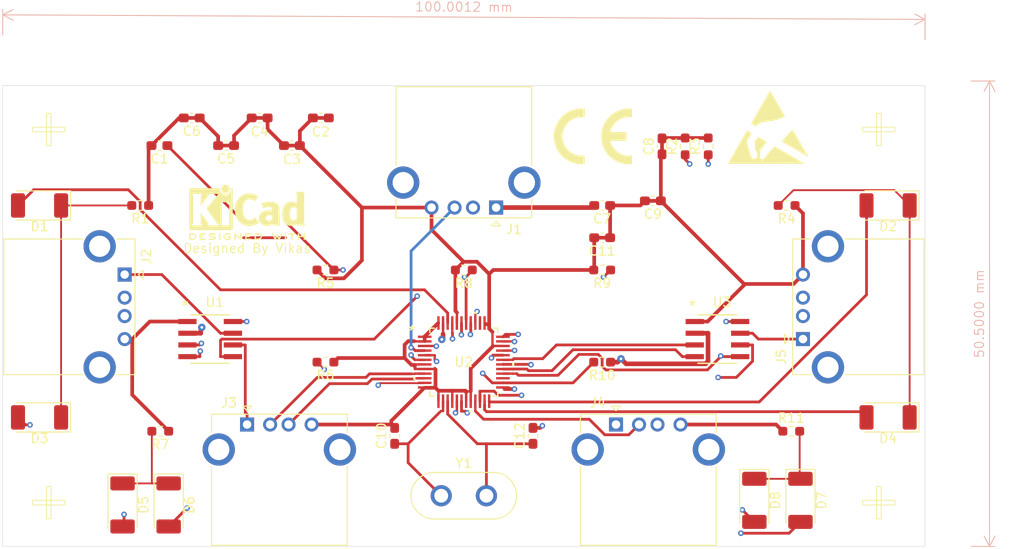
<source format=kicad_pcb>
(kicad_pcb (version 20240108) (generator "pcbnew") (generator_version "8.0")
  (title_block (date "2024-09-26"))
  (layers (0 "F.Cu" jumper) (1 "In1.Cu" signal) (2 "In2.Cu" signal) (31 "B.Cu" signal) (34 "B.Paste" user) (35 "F.Paste" user) (36 "B.SilkS" user "B.Silkscreen") (37 "F.SilkS" user "F.Silkscreen") (38 "B.Mask" user) (39 "F.Mask" user) (44 "Edge.Cuts" user))
  (net 0 "")
  (net 1 "+3V3")
  (net 2 "RESET")
  (net 3 "XOUT-PIN15")
  (net 4 "XIN-PIN14")
  (net 5 "VBUS")
  (net 6 "AMBER1")
  (net 7 "Net-(D1-K)")
  (net 8 "GREEN1")
  (net 9 "Net-(D3-K)")
  (net 10 "AMBER2")
  (net 11 "GREEN2")
  (net 12 "AMBER3")
  (net 13 "Net-(D5-K)")
  (net 14 "GREEN3")
  (net 15 "Net-(D7-K)")
  (net 16 "AMBER4")
  (net 17 "GREEN4")
  (net 19 "inout_D-")
  (net 21 "Inout_D+")
  (net 23 "Out_D-1")
  (net 24 "USB_OUT1")
  (net 25 "Out_D+1")
  (net 28 "Out_D+4")
  (net 30 "Out_D-4")
  (net 31 "USB_OUT4")
  (net 33 "USB_OUT2")
  (net 35 "Out_D-2")
  (net 36 "Out_D+2")
  (net 39 "USB_OUT3")
  (net 40 "Out_D+3")
  (net 41 "Out_D-3")
  (net 42 "OVR4")
  (net 43 "OVR1")
  (net 44 "OVR3")
  (net 45 "OVR2")
  (net 46 "Net-(U3-RREF)")
  (net 48 "PWR4")
  (net 49 "PWR2")
  (net 50 "PWR3")
  (net 51 "PWR1")
  (footprint "Capacitor_SMD:C_0603_1608Metric_Pad1.08x0.95mm_HandSolder" (layer "F.Cu") (at 117 56.5 180)
    (property "Reference" "C1")
    (property "Value" "1uF")
  )
  (footprint "Symbol:ESD-Logo_8.9x8mm_SilkScreen" (layer "F.Cu") (at 183 54.5)
    (property "Reference" "REF**" (hide yes))
    (property "Value" "ESD-Logo_8.9x8mm_SilkScreen" (hide yes))
  )
  (footprint "LED_SMD:LED_2010_5025Metric_Pad1.52x2.65mm_HandSolder" (layer "F.Cu") (at 104 63 180)
    (property "Reference" "D1")
    (property "Value" "LED")
  )
  (footprint "Capacitor_SMD:C_0603_1608Metric_Pad1.08x0.95mm_HandSolder" (layer "F.Cu") (at 134.5 53.5)
    (property "Reference" "C2")
    (property "Value" "0.1uF")
  )
  (footprint "Capacitor_SMD:C_0603_1608Metric_Pad1.08x0.95mm_HandSolder" (layer "F.Cu") (at 171.49 56.5875 90)
    (property "Reference" "C8")
    (property "Value" "0.1uF")
  )
  (footprint "Capacitor_SMD:C_0603_1608Metric_Pad1.08x0.95mm_HandSolder" (layer "F.Cu") (at 165 66.5 180)
    (property "Reference" "C11")
    (property "Value" "0.1uF")
  )
  (footprint "Connector_USB:USB_A_CONNFLY_DS1095-WNR0" (layer "F.Cu") (at 166.5 86.7725)
    (property "Reference" "J4")
    (property "Value" "USB_A")
  )
  (footprint "Capacitor_SMD:C_0603_1608Metric_Pad1.08x0.95mm_HandSolder" (layer "F.Cu") (at 127.8625 53.5)
    (property "Reference" "C4")
    (property "Value" "0.1uF")
  )
  (footprint "LED_SMD:LED_2010_5025Metric_Pad1.52x2.65mm_HandSolder" (layer "F.Cu") (at 196 63 180)
    (property "Reference" "D2")
    (property "Value" "LED")
  )
  (footprint "Resistor_SMD:R_0603_1608Metric_Pad0.98x0.95mm_HandSolder" (layer "F.Cu") (at 174 56.5875 90)
    (property "Reference" "R2")
    (property "Value" "10")
  )
  (footprint "Resistor_SMD:R_0603_1608Metric_Pad0.98x0.95mm_HandSolder" (layer "F.Cu") (at 150 70 180)
    (property "Reference" "R8")
    (property "Value" "10")
  )
  (footprint "LED_SMD:LED_2010_5025Metric_Pad1.52x2.65mm_HandSolder" (layer "F.Cu") (at 186.5 95 -90)
    (property "Reference" "D7")
    (property "Value" "LED")
  )
  (footprint "Symbol:CE-Logo_8.5x6mm_SilkScreen" (layer "F.Cu") (at 164 55.5)
    (property "Reference" "REF**" (hide yes))
    (property "Value" "CE-Logo_8.5x6mm_SilkScreen" (hide yes))
  )
  (footprint "Capacitor_SMD:C_0603_1608Metric_Pad1.08x0.95mm_HandSolder" (layer "F.Cu") (at 170.5 62.5 180)
    (property "Reference" "C9")
    (property "Value" "10uF/10V")
  )
  (footprint "Resistor_SMD:R_0603_1608Metric_Pad0.98x0.95mm_HandSolder" (layer "F.Cu") (at 135 80 180)
    (property "Reference" "R6")
    (property "Value" "649 T1%")
  )
  (footprint "Resistor_SMD:R_0603_1608Metric_Pad0.98x0.95mm_HandSolder" (layer "F.Cu") (at 114.9125 63 180)
    (property "Reference" "R1")
    (property "Value" "680")
  )
  (footprint "LED_SMD:LED_2010_5025Metric_Pad1.52x2.65mm_HandSolder" (layer "F.Cu") (at 181.5 95 -90)
    (property "Reference" "D8")
    (property "Value" "LED")
  )
  (footprint "Capacitor_SMD:C_0603_1608Metric_Pad1.08x0.95mm_HandSolder" (layer "F.Cu") (at 124.225 56.5 180)
    (property "Reference" "C5")
    (property "Value" "0.1uF")
  )
  (footprint "LED_SMD:LED_2010_5025Metric_Pad1.52x2.65mm_HandSolder" (layer "F.Cu") (at 196 86 180)
    (property "Reference" "D4")
    (property "Value" "LED")
  )
  (footprint "Connector_USB:USB_A_CONNFLY_DS1095-WNR0" (layer "F.Cu") (at 153.5 63.2275 180)
    (property "Reference" "J1")
    (property "Value" "USB_A")
  )
  (footprint "Capacitor_SMD:C_0603_1608Metric_Pad1.08x0.95mm_HandSolder" (layer "F.Cu") (at 142.5 88 90)
    (property "Reference" "C10")
    (property "Value" "20PF")
  )
  (footprint "Resistor_SMD:R_0603_1608Metric_Pad0.98x0.95mm_HandSolder" (layer "F.Cu") (at 165 70 180)
    (property "Reference" "R9")
    (property "Value" "10")
  )
  (footprint "Capacitor_SMD:C_0603_1608Metric_Pad1.08x0.95mm_HandSolder" (layer "F.Cu") (at 131.3625 56.5)
    (property "Reference" "C3")
    (property "Value" "0.1uF")
  )
  (footprint "Resistor_SMD:R_0603_1608Metric_Pad0.98x0.95mm_HandSolder" (layer "F.Cu") (at 135 70 180)
    (property "Reference" "R5")
    (property "Value" "47")
  )
  (footprint "Connector_USB:USB_A_CONNFLY_DS1095-WNR0" (layer "F.Cu") (at 113.2275 70.5 -90)
    (property "Reference" "J2")
    (property "Value" "USB_A")
  )
  (footprint "LED_SMD:LED_2010_5025Metric_Pad1.52x2.65mm_HandSolder" (layer "F.Cu") (at 113 95.5 -90)
    (property "Reference" "D5")
    (property "Value" "LED")
  )
  (footprint "AP2182ASG-13:SO8_DIO" (layer "F.Cu") (at 122.5 77.5)
    (property "Reference" "U1")
    (property "Value" "AP2182ASG-13")
  )
  (footprint "Resistor_SMD:R_0603_1608Metric_Pad0.98x0.95mm_HandSolder" (layer "F.Cu") (at 165 80 180)
    (property "Reference" "R10")
    (property "Value" "10")
  )
  (footprint "Resistor_SMD:R_0603_1608Metric_Pad0.98x0.95mm_HandSolder" (layer "F.Cu") (at 176.5 56.5875 90)
    (property "Reference" "R3")
    (property "Value" "10")
  )
  (footprint "Capacitor_SMD:C_0603_1608Metric_Pad1.08x0.95mm_HandSolder" (layer "F.Cu") (at 157.5 88 90)
    (property "Reference" "C12")
    (property "Value" "20PF")
  )
  (footprint "TQFP48_51-85135_INF-L:TQFP48_51-85135_INF" (layer "F.Cu") (at 150 80)
    (property "Reference" "U2")
    (property "Value" "CY7C65642-48AXCT")
  )
  (footprint "Crystal:Crystal_HC50_Vertical" (layer "F.Cu") (at 147.55 94.5)
    (property "Reference" "Y1")
    (property "Value" "Crystal")
  )
  (footprint "LED_SMD:LED_2010_5025Metric_Pad1.52x2.65mm_HandSolder" (layer "F.Cu") (at 118 95.5 -90)
    (property "Reference" "D6")
    (property "Value" "LED")
  )
  (footprint "Resistor_SMD:R_0603_1608Metric_Pad0.98x0.95mm_HandSolder" (layer "F.Cu") (at 185 63 180)
    (property "Reference" "R4")
    (property "Value" "680")
  )
  (footprint "Resistor_SMD:R_0603_1608Metric_Pad0.98x0.95mm_HandSolder" (layer "F.Cu") (at 117.0875 87.5 180)
    (property "Reference" "R7")
    (property "Value" "680")
  )
  (footprint "AP2182ASG-13:SO8_DIO" (layer "F.Cu") (at 177.5 77.5)
    (property "Reference" "U3")
    (property "Value" "AP2182ASG-13")
  )
  (footprint "Capacitor_SMD:C_0603_1608Metric_Pad1.08x0.95mm_HandSolder" (layer "F.Cu") (at 120.5 53.5 180)
    (property "Reference" "C6")
    (property "Value" "0.1uF")
  )
  (footprint "Resistor_SMD:R_0603_1608Metric_Pad0.98x0.95mm_HandSolder" (layer "F.Cu") (at 185.5 87.5)
    (property "Reference" "R11")
    (property "Value" "680")
  )
  (footprint "Capacitor_SMD:C_0603_1608Metric_Pad1.08x0.95mm_HandSolder" (layer "F.Cu") (at 165 63 180)
    (property "Reference" "C7")
    (property "Value" "10uF/10V")
  )
  (footprint "LED_SMD:LED_2010_5025Metric_Pad1.52x2.65mm_HandSolder" (layer "F.Cu") (at 104 86 180)
    (property "Reference" "D3")
    (property "Value" "LED")
  )
  (footprint "Connector_USB:USB_A_CONNFLY_DS1095-WNR0" (layer "F.Cu") (at 186.7725 77.5 90)
    (property "Reference" "J5")
    (property "Value" "USB_A")
  )
  (footprint "Connector_USB:USB_A_CONNFLY_DS1095-WNR0" (layer "F.Cu") (at 126.5 86.7725)
    (property "Reference" "J3")
    (property "Value" "USB_A")
  )
  (footprint "Symbol:KiCad-Logo2_5mm_SilkScreen" (layer "F.Cu") (at 126.5 63.7359)
    (property "Reference" "REF**" (hide yes))
    (property "Value" "KiCad-Logo2_5mm_SilkScreen" (hide yes))
  )
  (gr_rect (start 103.25 54.5) (end 106.75 55) (stroke (width 0.1)) (fill none) (layer "F.SilkS"))
  (gr_rect (start 193.25 95) (end 196.75 95.5) (stroke (width 0.1)) (fill none) (layer "F.SilkS"))
  (gr_rect (start 104.75 93.5) (end 105.25 97) (stroke (width 0.1)) (fill none) (layer "F.SilkS"))
  (gr_rect (start 103.25 95) (end 106.75 95.5) (stroke (width 0.1)) (fill none) (layer "F.SilkS"))
  (gr_rect (start 194.75 93.5) (end 195.25 97) (stroke (width 0.1)) (fill none) (layer "F.SilkS"))
  (gr_rect (start 104.75 53) (end 105.25 56.5) (stroke (width 0.1)) (fill none) (layer "F.SilkS"))
  (gr_rect (start 194.75 53) (end 195.25 56.5) (stroke (width 0.1)) (fill none) (layer "F.SilkS"))
  (gr_rect (start 193.25 54.5) (end 196.75 55) (stroke (width 0.1)) (fill none) (layer "F.SilkS"))
  (gr_rect (start 100 50) (end 200 100) (stroke (width 0.05)) (fill none) (layer "Edge.Cuts"))
  (gr_text "Designed By Vikas" (at 126.5 68.2359 0) (layer "F.SilkS") (effects (font (size 1 1) (thickness 0.125)) (justify bottom)))
  (dimension (type aligned) (layer "B.SilkS") (pts (xy 100 45) (xy 200 45.5)) (height -2.687109) (gr_text "100.0012 mm" (at 150.018935 41.462939 359.7135235) (layer "B.SilkS") (effects (font (size 1 1) (thickness 0.1)))) (format (prefix "") (suffix "") (units 3) (units_format 1) (precision 4)) (style (thickness 0.1) (arrow_length 1.27) (text_position_mode 0) (extension_height 0.58642) (extension_offset 0.5) keep_text_aligned))
  (dimension (type aligned) (layer "B.SilkS") (pts (xy 204.5 49.5) (xy 204.5 100)) (height -2.5) (gr_text "50.5000 mm" (at 205.9 74.75 90) (layer "B.SilkS") (effects (font (size 1 1) (thickness 0.1)))) (format (prefix "") (suffix "") (units 3) (units_format 1) (precision 4)) (style (thickness 0.1) (arrow_length 1.27) (text_position_mode 0) (extension_height 0.58642) (extension_offset 0.5) keep_text_aligned))
  (segment (start 145.7582 77.2493) (end 145.7582 77.2205) (width 0.4) (layer "F.Cu") (net 1))
  (segment (start 128.725 53.5) (end 128.725 54.725) (width 0.4) (layer "F.Cu") (net 1))
  (segment (start 147.2205 75.7582) (end 147.2493 75.7582) (width 0.2538) (layer "F.Cu") (net 1))
  (segment (start 148.7497 83.1033) (end 147.2493 83.1033) (width 0.4) (layer "F.Cu") (net 1))
  (segment (start 150.2501 84.2418) (end 150.2501 83.2909) (width 0.2538) (layer "F.Cu") (net 1))
  (segment (start 145.7582 80.7502) (end 146.8234 80.7502) (width 0.2538) (layer "F.Cu") (net 1))
  (segment (start 135.9125 80) (end 136.356 79.5565) (width 0.4) (layer "F.Cu") (net 1))
  (segment (start 154.2418 78.2496) (end 153.1766 78.2496) (width 0.2538) (layer "F.Cu") (net 1))
  (segment (start 136.9978 70.9061) (end 138.9525 68.9514) (width 0.4) (layer "F.Cu") (net 1))
  (segment (start 115.825 63) (end 115.825 56.8125) (width 0.4) (layer "F.Cu") (net 1))
  (segment (start 150.7502 84.2418) (end 150.7502 83.1766) (width 0.2538) (layer "F.Cu") (net 1))
  (segment (start 171.49 57.45) (end 171.3625 57.5775) (width 0.4) (layer "F.Cu") (net 1))
  (segment (start 165.8625 63) (end 169.1375 63) (width 0.4) (layer "F.Cu") (net 1))
  (segment (start 164.1375 69.95) (end 164.0875 70) (width 0.4) (layer "F.Cu") (net 1))
  (segment (start 120.0362 75.595) (end 115.9515 75.595) (width 0.4) (layer "F.Cu") (net 1))
  (segment (start 158.2857 87.1375) (end 157.5 87.1375) (width 0.4) (layer "F.Cu") (net 1))
  (segment (start 164.1375 66.5) (end 164.1375 69.95) (width 0.4) (layer "F.Cu") (net 1))
  (segment (start 171.3625 62.5) (end 180.3813 71.5188) (width 0.4) (layer "F.Cu") (net 1))
  (segment (start 134.0875 70) (end 134.9936 70.9061) (width 0.4) (layer "F.Cu") (net 1))
  (segment (start 153.1766 78.2496) (end 150.7502 80.676) (width 0.4) (layer "F.Cu") (net 1))
  (segment (start 152.7507 76.3678) (end 152.7507 76.1332) (width 0.4) (layer "F.Cu") (net 1))
  (segment (start 146.9309 80.8015) (end 146.8525 80.7231) (width 0.4) (layer "F.Cu") (net 1))
  (segment (start 176.4285 75.595) (end 180.3813 71.6422) (width 0.4) (layer "F.Cu") (net 1))
  (segment (start 114.0465 77.5) (end 113.2275 77.5) (width 0.4) (layer "F.Cu") (net 1))
  (segment (start 174 55.675) (end 171.54 55.675) (width 0.4) (layer "F.Cu") (net 1))
  (segment (start 145.7582 77.2493) (end 145.7582 77.7207) (width 0.4) (layer "F.Cu") (net 1))
  (segment (start 125.0875 56.5) (end 125.0875 55.4125) (width 0.4) (layer "F.Cu") (net 1))
  (segment (start 185.7537 71.5188) (end 186.7725 70.5) (width 0.4) (layer "F.Cu") (net 1))
  (segment (start 153.105 78.178) (end 153.1766 78.2496) (width 0.2538) (layer "F.Cu") (net 1))
  (segment (start 153.105 76.7221) (end 152.7507 76.3678) (width 0.4) (layer "F.Cu") (net 1))
  (segment (start 138.9525 63.2275) (end 146.5 63.2275) (width 0.4) (layer "F.Cu") (net 1))
  (segment (start 152.7507 76.0082) (end 152.7507 76.1332) (width 0.4) (layer "F.Cu") (net 1))
  (segment (start 176.5 55.675) (end 174 55.675) (width 0.4) (layer "F.Cu") (net 1))
  (segment (start 171.49 55.725) (end 171.49 57.45) (width 0.4) (layer "F.Cu") (net 1))
  (segment (start 147.2493 84.2418) (end 147.2493 83.1766) (width 0.2538) (layer "F.Cu") (net 1))
  (segment (start 145.7582 77.7494) (end 144.693 77.7494) (width 0.2538) (layer "F.Cu") (net 1))
  (segment (start 148.7497 83.1033) (end 148.7497 83.1035) (width 0.2538) (layer "F.Cu") (net 1))
  (segment (start 146.8525 80.7231) (end 146.8505 80.7231) (width 0.2538) (layer "F.Cu") (net 1))
  (segment (start 165.8625 66.5) (end 165.8625 63) (width 0.4) (layer "F.Cu") (net 1))
  (segment (start 171.3625 57.5775) (end 171.3625 62.5) (width 0.4) (layer "F.Cu") (net 1))
  (segment (start 144.666 77.7224) (end 144.693 77.7494) (width 0.2538) (layer "F.Cu") (net 1))
  (segment (start 145.7924 82.7849) (end 145.7582 82.7507) (width 0.2538) (layer "F.Cu") (net 1))
  (segment (start 145.7582 77.7207) (end 145.7582 77.7494) (width 0.2538) (layer "F.Cu") (net 1))
  (segment (start 149.0875 74.4459) (end 149.2613 74.6197) (width 0.4) (layer "F.Cu") (net 1))
  (segment (start 144.693 80.3074) (end 144.3343 80.3074) (width 0.4) (layer "F.Cu") (net 1))
  (segment (start 184.5875 87.5) (end 183.86 86.7725) (width 0.4) (layer "F.Cu") (net 1))
  (segment (start 149.2613 74.6197) (end 149.2613 74.6815) (width 0.2538) (layer "F.Cu") (net 1))
  (segment (start 123.3625 55.5) (end 121.3625 53.5) (width 0.4) (layer "F.Cu") (net 1))
  (segment (start 152.7507 75.8832) (end 152.3756 75.8832) (width 0.4) (layer "F.Cu") (net 1))
  (segment (start 143.5834 79.5565) (end 143.5834 78.111) (width 0.4) (layer "F.Cu") (net 1))
  (segment (start 144.3343 80.3074) (end 143.5834 79.5565) (width 0.4) (layer "F.Cu") (net 1))
  (segment (start 145.7924 82.7849) (end 146.9309 82.7849) (width 0.4) (layer "F.Cu") (net 1))
  (segment (start 146.9309 82.7849) (end 146.9309 80.8015) (width 0.4) (layer "F.Cu") (net 1))
  (segment (start 123.3625 56.5) (end 123.3625 55.5) (width 0.4) (layer "F.Cu") (net 1))
  (segment (start 119.1375 53.5) (end 116.1375 56.5) (width 0.4) (layer "F.Cu") (net 1))
  (segment (start 125.0875 55.4125) (end 127 53.5) (width 0.4) (layer "F.Cu") (net 1))
  (segment (start 154.4143 82.9232) (end 154.2418 82.7507) (width 0.2538) (layer "F.Cu") (net 1))
  (segment (start 148.7497 83.1035) (end 148.7497 84.2418) (width 0.2538) (layer "F.Cu") (net 1))
  (segment (start 142.135 86.7725) (end 142.135 86.3739) (width 0.4) (layer "F.Cu") (net 1))
  (segment (start 150.2501 83.1766) (end 150.177 83.1035) (width 0.4) (layer "F.Cu") (net 1))
  (segment (start 152.7507 75.8832) (end 152.7507 75.7582) (width 0.4) (layer "F.Cu") (net 1))
  (segment (start 144.693 80.3074) (end 144.693 80.4796) (width 0.2538) (layer "F.Cu") (net 1))
  (segment (start 123.3625 56.5) (end 125.0875 56.5) (width 0.4) (layer "F.Cu") (net 1))
  (segment (start 180.3813 71.5188) (end 185.7537 71.5188) (width 0.4) (layer "F.Cu") (net 1))
  (segment (start 134.9936 70.9061) (end 136.9978 70.9061) (width 0.4) (layer "F.Cu") (net 1))
  (segment (start 135.3625 53.5) (end 133.6375 53.5) (width 0.4) (layer "F.Cu") (net 1))
  (segment (start 175.0362 75.595) (end 176.4285 75.595) (width 0.4) (layer "F.Cu") (net 1))
  (segment (start 169.1375 63) (end 169.6375 62.5) (width 0.4) (layer "F.Cu") (net 1))
  (segment (start 150.177 83.1035) (end 148.7497 83.1035) (width 0.4) (layer "F.Cu") (net 1))
  (segment (start 138.9525 63.2275) (end 132.225 56.5) (width 0.4) (layer "F.Cu") (net 1))
  (segment (start 186.7725 63.86) (end 185.9125 63) (width 0.4) (layer "F.Cu") (net 1))
  (segment (start 152.7507 70.4378) (end 151.4222 69.1093) (width 0.4) (layer "F.Cu") (net 1))
  (segment (start 164.0875 70) (end 153.1885 70) (width 0.4) (layer "F.Cu") (net 1))
  (segment (start 154.4143 82.9232) (end 155.4888 82.9232) (width 0.4) (layer "F.Cu") (net 1))
  (segment (start 153.105 76.7221) (end 153.105 78.178) (width 0.2538) (layer "F.Cu") (net 1))
  (segment (start 152.7507 70.4378) (end 152.7507 75.7582) (width 0.4) (layer "F.Cu") (net 1))
  (segment (start 144.693 80.5001) (end 144.693 80.7502) (width 0.2538) (layer "F.Cu") (net 1))
  (segment (start 115.9515 75.595) (end 114.0465 77.5) (width 0.4) (layer "F.Cu") (net 1))
  (segment (start 145.7582 80.7502) (end 144.693 80.7502) (width 0.2538) (layer "F.Cu") (net 1))
  (segment (start 146.5 65.6311) (end 146.5 63.2275) (width 0.4) (layer "F.Cu") (net 1))
  (segment (start 136.356 79.5565) (end 143.5834 79.5565) (width 0.4) (layer "F.Cu") (net 1))
  (segment (start 145.7582 80.2501) (end 144.693 80.2501) (width 0.2538) (layer "F.Cu") (net 1))
  (segment (start 149.0875 70) (end 149.0875 74.4459) (width 0.4) (layer "F.Cu") (net 1))
  (segment (start 143.972 77.7224) (end 144.6197 77.7224) (width 0.4) (layer "F.Cu") (net 1))
  (segment (start 164.1375 66.5) (end 165.8625 66.5) (width 0.4) (layer "F.Cu") (net 1))
  (segment (start 144.6197 77.7224) (end 144.666 77.7224) (width 0.2538) (layer "F.Cu") (net 1))
  (segment (start 158.5172 86.906) (end 158.2857 87.1375) (width 0.4) (layer "F.Cu") (net 1))
  (segment (start 144.693 80.5001) (end 144.693 80.4796) (width 0.4) (layer "F.Cu") (net 1))
  (segment (start 149.2613 74.6815) (end 149.2498 74.693) (width 0.2538) (layer "F.Cu") (net 1))
  (segment (start 171.54 55.675) (end 171.49 55.725) (width 0.4) (layer "F.Cu") (net 1))
  (segment (start 149.9782 69.1093) (end 146.5 65.6311) (width 0.4) (layer "F.Cu") (net 1))
  (segment (start 186.7725 70.5) (end 186.7725 63.86) (width 0.4) (layer "F.Cu") (net 1))
  (segment (start 147.2493 83.1033) (end 147.2493 83.1766) (width 0.2538) (layer "F.Cu") (net 1))
  (segment (start 138.9525 68.9514) (end 138.9525 63.2275) (width 0.4) (layer "F.Cu") (net 1))
  (segment (start 146.9309 82.7849) (end 147.2493 83.1033) (width 0.4) (layer "F.Cu") (net 1))
  (segment (start 142.135 86.7725) (end 142.5 87.1375) (width 0.4) (layer "F.Cu") (net 1))
  (segment (start 149.9782 69.1093) (end 149.0875 70) (width 0.4) (layer "F.Cu") (net 1))
  (segment (start 151.4222 69.1093) (end 149.9782 69.1093) (width 0.4) (layer "F.Cu") (net 1))
  (segment (start 114.0465 77.5) (end 114.0465 83.5465) (width 0.4) (layer "F.Cu") (net 1))
  (segment (start 143.5834 78.111) (end 143.972 77.7224) (width 0.4) (layer "F.Cu") (net 1))
  (segment (start 128.725 54.725) (end 130.5 56.5) (width 0.4) (layer "F.Cu") (net 1))
  (segment (start 121.3625 53.5) (end 119.6375 53.5) (width 0.4) (layer "F.Cu") (net 1))
  (segment (start 149.2498 75.7582) (end 149.2498 74.693) (width 0.2538) (layer "F.Cu") (net 1))
  (segment (start 152.3756 75.8832) (end 152.2506 75.7582) (width 0.2538) (layer "F.Cu") (net 1))
  (segment (start 114.0465 83.5465) (end 118 87.5) (width 0.4) (layer "F.Cu") (net 1))
  (segment (start 132.225 54.9125) (end 133.6375 53.5) (width 0.4) (layer "F.Cu") (net 1))
  (segment (start 132.225 56.5) (end 132.225 54.9125) (width 0.4) (layer "F.Cu") (net 1))
  (segment (start 133.5 86.7725) (end 142.135 86.7725) (width 0.4) (layer "F.Cu") (net 1))
  (segment (start 145.5632 82.9457) (end 145.7582 82.7507) (width 0.2538) (layer "F.Cu") (net 1))
  (segment (start 144.693 80.2501) (end 144.693 80.3074) (width 0.2538) (layer "F.Cu") (net 1))
  (segment (start 145.7582 77.2205) (end 147.2205 75.7582) (width 0.4) (layer "F.Cu") (net 1))
  (segment (start 128.725 53.5) (end 127 53.5) (width 0.4) (layer "F.Cu") (net 1))
  (segment (start 150.2501 83.2909) (end 150.2501 83.1766) (width 0.4) (layer "F.Cu") (net 1))
  (segment (start 115.825 56.8125) (end 116.1375 56.5) (width 0.4) (layer "F.Cu") (net 1))
  (segment (start 119.6375 53.5) (end 119.1375 53.5) (width 0.4) (layer "F.Cu") (net 1))
  (segment (start 132.225 56.5) (end 130.5 56.5) (width 0.4) (layer "F.Cu") (net 1))
  (segment (start 150.7502 80.676) (end 150.7502 83.1766) (width 0.4) (layer "F.Cu") (net 1))
  (segment (start 150.2501 83.1766) (end 150.7502 83.1766) (width 0.2538) (layer "F.Cu") (net 1))
  (segment (start 152.7507 76.0082) (end 152.7507 75.8832) (width 0.4) (layer "F.Cu") (net 1))
  (segment (start 142.135 86.3739) (end 145.5632 82.9457) (width 0.4) (layer "F.Cu") (net 1))
  (segment (start 146.8505 80.7231) (end 146.8234 80.7502) (width 0.2538) (layer "F.Cu") (net 1))
  (segment (start 183.86 86.7725) (end 173.5 86.7725) (width 0.4) (layer "F.Cu") (net 1))
  (segment (start 153.1885 70) (end 152.7507 70.4378) (width 0.4) (layer "F.Cu") (net 1))
  (segment (start 169.6375 62.5) (end 171.3625 62.5) (width 0.4) (layer "F.Cu") (net 1))
  (segment (start 180.3813 71.6422) (end 180.3813 71.5188) (width 0.4) (layer "F.Cu") (net 1))
  (via (at 155.4888 82.9232) (size 0.6) (drill 0.3) (layers "F.Cu" "B.Cu") (net 1))
  (via (at 158.5172 86.906) (size 0.6) (drill 0.3) (layers "F.Cu" "B.Cu") (net 1))
  (segment (start 164.0875 80) (end 161.8369 82.2506) (width 0.3) (layer "F.Cu") (net 2))
  (segment (start 130.6766 64.7641) (end 135.9125 70) (width 0.3) (layer "F.Cu") (net 2))
  (segment (start 153.0863 82.2506) (end 152.0473 81.2116) (width 0.3) (layer "F.Cu") (net 2))
  (segment (start 154.2418 82.2506) (end 153.0863 82.2506) (width 0.3) (layer "F.Cu") (net 2))
  (segment (start 117.8625 56.5) (end 126.1266 64.7641) (width 0.3) (layer "F.Cu") (net 2))
  (segment (start 161.8369 82.2506) (end 154.2418 82.2506) (width 0.3) (layer "F.Cu") (net 2))
  (segment (start 136.9036 70) (end 135.9125 70) (width 0.3) (layer "F.Cu") (net 2))
  (segment (start 126.1266 66.5) (end 130.6766 66.5) (width 0.3) (layer "F.Cu") (net 2))
  (via (at 136.9036 70) (size 0.6) (drill 0.3) (layers "F.Cu" "B.Cu") (net 2))
  (via (at 152.0473 81.2116) (size 0.6) (drill 0.3) (layers "F.Cu" "B.Cu") (net 2))
  (segment (start 148.2496 85.3301) (end 148.2496 85.6397) (width 0.3) (layer "F.Cu") (net 3))
  (segment (start 151.4724 88.8625) (end 152.45 88.8625) (width 0.3) (layer "F.Cu") (net 3))
  (segment (start 148.2496 84.2418) (end 148.2496 85.3301) (width 0.3) (layer "F.Cu") (net 3))
  (segment (start 152.45 94.5) (end 152.45 88.8625) (width 0.3) (layer "F.Cu") (net 3))
  (segment (start 148.2496 85.6397) (end 151.4724 88.8625) (width 0.3) (layer "F.Cu") (net 3))
  (segment (start 152.45 88.8625) (end 157.5 88.8625) (width 0.3) (layer "F.Cu") (net 3))
  (segment (start 147.3652 85.4626) (end 143.9653 88.8625) (width 0.3) (layer "F.Cu") (net 4))
  (segment (start 147.5208 85.307) (end 147.7494 85.307) (width 0.2538) (layer "F.Cu") (net 4))
  (segment (start 147.3652 85.4626) (end 147.5208 85.307) (width 0.2538) (layer "F.Cu") (net 4))
  (segment (start 143.9653 88.8625) (end 142.5 88.8625) (width 0.3) (layer "F.Cu") (net 4))
  (segment (start 143.9653 90.9153) (end 143.9653 88.8625) (width 0.3) (layer "F.Cu") (net 4))
  (segment (start 147.55 94.5) (end 143.9653 90.9153) (width 0.3) (layer "F.Cu") (net 4))
  (segment (start 147.7494 84.2418) (end 147.7494 85.307) (width 0.2538) (layer "F.Cu") (net 4))
  (segment (start 147.7494 77.4073) (end 147.6154 77.5413) (width 0.5) (layer "F.Cu") (net 5))
  (segment (start 121.4785 76.865) (end 121.4785 76.3434) (width 0.5) (layer "F.Cu") (net 5))
  (segment (start 120.0362 76.865) (end 121.4785 76.865) (width 0.5) (layer "F.Cu") (net 5))
  (segment (start 147.7494 76.9467) (end 147.7494 75.7582) (width 0.2538) (layer "F.Cu") (net 5))
  (segment (start 175.5815 76.865) (end 175.0362 76.865) (width 0.5) (layer "F.Cu") (net 5))
  (segment (start 166.6808 80) (end 165.9125 80) (width 0.5) (layer "F.Cu") (net 5))
  (segment (start 163.91 63.2275) (end 164.1375 63) (width 0.5) (layer "F.Cu") (net 5))
  (segment (start 153.5 63.2275) (end 163.91 63.2275) (width 0.5) (layer "F.Cu") (net 5))
  (segment (start 167.0421 79.6387) (end 166.6808 80) (width 0.5) (layer "F.Cu") (net 5))
  (segment (start 147.7494 76.9467) (end 147.7494 77.4073) (width 0.5) (layer "F.Cu") (net 5))
  (segment (start 176.4785 79.9107) (end 176.2068 80.1824) (width 0.5) (layer "F.Cu") (net 5))
  (segment (start 121.4785 76.3434) (end 121.5933 76.2286) (width 0.5) (layer "F.Cu") (net 5))
  (segment (start 167.5858 80.1824) (end 167.0421 79.6387) (width 0.5) (layer "F.Cu") (net 5))
  (segment (start 175.5815 76.865) (end 176.4785 76.865) (width 0.5) (layer "F.Cu") (net 5))
  (segment (start 176.2068 80.1824) (end 167.5858 80.1824) (width 0.5) (layer "F.Cu") (net 5))
  (segment (start 176.4785 76.865) (end 176.4785 79.9107) (width 0.5) (layer "F.Cu") (net 5))
  (via (at 147.6154 77.5413) (size 0.8) (drill 0.3) (layers "F.Cu" "B.Cu") (net 5))
  (via (at 121.5933 76.2286) (size 0.8) (drill 0.3) (layers "F.Cu" "B.Cu") (net 5))
  (via (at 167.0421 79.6387) (size 0.8) (drill 0.3) (layers "F.Cu" "B.Cu") (net 5))
  (segment (start 148.2496 74.6699) (end 145.7354 72.1557) (width 0.3) (layer "F.Cu") (net 6))
  (segment (start 145.7354 72.1557) (end 123.6212 72.1557) (width 0.3) (layer "F.Cu") (net 6))
  (segment (start 113.622 61.2923) (end 103.3702 61.2923) (width 0.3) (layer "F.Cu") (net 6))
  (segment (start 103.3702 61.2923) (end 101.6625 63) (width 0.3) (layer "F.Cu") (net 6))
  (segment (start 123.6212 72.1557) (end 114.9125 63.447) (width 0.3) (layer "F.Cu") (net 6))
  (segment (start 114.9125 63.447) (end 114.9125 62.5828) (width 0.3) (layer "F.Cu") (net 6))
  (segment (start 148.2496 75.7582) (end 148.2496 74.6699) (width 0.3) (layer "F.Cu") (net 6))
  (segment (start 114.9125 62.5828) (end 113.622 61.2923) (width 0.3) (layer "F.Cu") (net 6))
  (segment (start 114 63) (end 106.3375 63) (width 0.2) (layer "F.Cu") (net 7))
  (segment (start 106.3375 63) (end 106.3375 86) (width 0.2) (layer "F.Cu") (net 7))
  (segment (start 148.7726 76.845) (end 148.7726 77.4716) (width 0.3) (layer "F.Cu") (net 8))
  (segment (start 148.7497 75.7582) (end 148.7497 76.8234) (width 0.2538) (layer "F.Cu") (net 8))
  (segment (start 148.751 76.8234) (end 148.7497 76.8234) (width 0.2538) (layer "F.Cu") (net 8))
  (segment (start 148.7726 76.845) (end 148.751 76.8234) (width 0.2538) (layer "F.Cu") (net 8))
  (segment (start 102.9624 86.8115) (end 102.474 86.8115) (width 0.3) (layer "F.Cu") (net 8))
  (segment (start 102.474 86.8115) (end 101.6625 86) (width 0.3) (layer "F.Cu") (net 8))
  (via (at 102.9624 86.8115) (size 0.6) (drill 0.3) (layers "F.Cu" "B.Cu") (net 8))
  (via (at 148.7726 77.4716) (size 0.6) (drill 0.3) (layers "F.Cu" "B.Cu") (net 8))
  (segment (start 186.4125 87.5) (end 186.4125 92.575) (width 0.2) (layer "F.Cu") (net 9))
  (segment (start 186.4125 92.575) (end 186.5 92.6625) (width 0.2) (layer "F.Cu") (net 9))
  (segment (start 186.325 92.6625) (end 186.4125 92.575) (width 0.2) (layer "F.Cu") (net 9))
  (segment (start 181.5 92.6625) (end 186.325 92.6625) (width 0.2) (layer "F.Cu") (net 9))
  (segment (start 154.2418 77.2493) (end 154.5004 76.9907) (width 0.3) (layer "F.Cu") (net 10))
  (segment (start 154.5004 76.9907) (end 155.8923 76.9907) (width 0.3) (layer "F.Cu") (net 10))
  (segment (start 180.1977 96.0352) (end 181.5 97.3375) (width 0.3) (layer "F.Cu") (net 10))
  (via (at 180.1977 96.0352) (size 0.6) (drill 0.3) (layers "F.Cu" "B.Cu") (net 10))
  (via (at 155.8923 76.9907) (size 0.6) (drill 0.3) (layers "F.Cu" "B.Cu") (net 10))
  (segment (start 186.5 97.3375) (end 185.2691 98.5684) (width 0.3) (layer "F.Cu") (net 11))
  (segment (start 185.2691 98.5684) (end 180.0452 98.5684) (width 0.3) (layer "F.Cu") (net 11))
  (segment (start 155.33 77.7724) (end 155.307 77.7494) (width 0.2538) (layer "F.Cu") (net 11))
  (segment (start 154.2418 77.7494) (end 155.307 77.7494) (width 0.2538) (layer "F.Cu") (net 11))
  (segment (start 155.3303 77.7724) (end 155.33 77.7724) (width 0.2538) (layer "F.Cu") (net 11))
  (segment (start 155.3303 77.7724) (end 155.4945 77.7724) (width 0.3) (layer "F.Cu") (net 11))
  (via (at 155.4945 77.7724) (size 0.6) (drill 0.3) (layers "F.Cu" "B.Cu") (net 11))
  (via (at 180.0452 98.5684) (size 0.6) (drill 0.3) (layers "F.Cu" "B.Cu") (net 11))
  (segment (start 113.162 97.6755) (end 113.162 96.5272) (width 0.3) (layer "F.Cu") (net 12))
  (segment (start 155.3299 78.7268) (end 155.307 78.7497) (width 0.2538) (layer "F.Cu") (net 12))
  (segment (start 154.2418 78.7497) (end 155.307 78.7497) (width 0.2538) (layer "F.Cu") (net 12))
  (segment (start 155.3303 78.7268) (end 155.3299 78.7268) (width 0.2538) (layer "F.Cu") (net 12))
  (segment (start 113 97.8375) (end 113.162 97.6755) (width 0.3) (layer "F.Cu") (net 12))
  (segment (start 155.3303 78.7268) (end 155.5003 78.7268) (width 0.3) (layer "F.Cu") (net 12))
  (via (at 155.5003 78.7268) (size 0.6) (drill 0.3) (layers "F.Cu" "B.Cu") (net 12))
  (via (at 113.162 96.5272) (size 0.6) (drill 0.3) (layers "F.Cu" "B.Cu") (net 12))
  (segment (start 118 93.1625) (end 116.175 93.1625) (width 0.2) (layer "F.Cu") (net 13))
  (segment (start 116.175 93.1625) (end 116.175 87.5) (width 0.2) (layer "F.Cu") (net 13))
  (segment (start 116.175 93.1625) (end 113 93.1625) (width 0.2) (layer "F.Cu") (net 13))
  (segment (start 153.1535 79.2498) (end 153.1535 79.3866) (width 0.3) (layer "F.Cu") (net 14))
  (segment (start 154.2418 79.2498) (end 153.1535 79.2498) (width 0.3) (layer "F.Cu") (net 14))
  (segment (start 153.1535 79.3866) (end 152.9956 79.5445) (width 0.3) (layer "F.Cu") (net 14))
  (segment (start 119.9947 95.8428) (end 118 97.8375) (width 0.3) (layer "F.Cu") (net 14))
  (via (at 119.9947 95.8428) (size 0.6) (drill 0.3) (layers "F.Cu" "B.Cu") (net 14))
  (via (at 152.9956 79.5445) (size 0.6) (drill 0.3) (layers "F.Cu" "B.Cu") (net 14))
  (segment (start 198.3375 86) (end 198.3375 63) (width 0.2) (layer "F.Cu") (net 15))
  (segment (start 196.6773 61.3398) (end 198.3375 63) (width 0.2) (layer "F.Cu") (net 15))
  (segment (start 185.7477 61.3398) (end 196.6773 61.3398) (width 0.2) (layer "F.Cu") (net 15))
  (segment (start 184.0875 63) (end 185.7477 61.3398) (width 0.2) (layer "F.Cu") (net 15))
  (segment (start 182.0328 84.3217) (end 193.6625 72.692) (width 0.3) (layer "F.Cu") (net 16))
  (segment (start 152.7507 84.2418) (end 152.8306 84.3217) (width 0.3) (layer "F.Cu") (net 16))
  (segment (start 152.8306 84.3217) (end 182.0328 84.3217) (width 0.3) (layer "F.Cu") (net 16))
  (segment (start 193.6625 72.692) (end 193.6625 63) (width 0.3) (layer "F.Cu") (net 16))
  (segment (start 152.2506 84.6572) (end 152.2506 85.1608) (width 0.3) (layer "F.Cu") (net 17))
  (segment (start 152.4686 85.3788) (end 193.0413 85.3788) (width 0.3) (layer "F.Cu") (net 17))
  (segment (start 193.0413 85.3788) (end 193.6625 86) (width 0.3) (layer "F.Cu") (net 17))
  (segment (start 152.2506 85.1608) (end 152.4686 85.3788) (width 0.3) (layer "F.Cu") (net 17))
  (segment (start 152.2506 84.6572) (end 152.2506 84.2418) (width 0.2538) (layer "F.Cu") (net 17))
  (segment (start 146.8467 78.2725) (end 146.8463 78.2725) (width 0.2538) (layer "F.Cu") (net 19))
  (segment (start 146.8467 78.2725) (end 147.0234 78.2725) (width 0.3) (layer "F.Cu") (net 19))
  (segment (start 146.8463 78.2725) (end 146.8234 78.2496) (width 0.2538) (layer "F.Cu") (net 19))
  (segment (start 145.7582 78.2496) (end 146.8234 78.2496) (width 0.2538) (layer "F.Cu") (net 19))
  (via (at 147.0234 78.2725) (size 0.6) (drill 0.3) (layers "F.Cu" "B.Cu") (net 19))
  (segment (start 144.7248 78.7497) (end 144.405 78.4299) (width 0.3) (layer "F.Cu") (net 21))
  (segment (start 145.7582 78.7497) (end 144.7248 78.7497) (width 0.3) (layer "F.Cu") (net 21))
  (segment (start 144.405 78.4299) (end 144.2852 78.4299) (width 0.3) (layer "F.Cu") (net 21))
  (via (at 144.2852 78.4299) (size 0.6) (drill 0.3) (layers "F.Cu" "B.Cu") (net 21))
  (segment (start 149 63.2275) (end 144.2852 67.9423) (width 0.3) (layer "B.Cu") (net 21))
  (segment (start 144.2852 67.9423) (end 144.2852 78.4299) (width 0.3) (layer "B.Cu") (net 21))
  (segment (start 146.8467 79.7272) (end 146.8467 79.2731) (width 0.2538) (layer "F.Cu") (net 23))
  (segment (start 146.8467 79.7272) (end 147.0453 79.9258) (width 0.3) (layer "F.Cu") (net 23))
  (segment (start 146.8467 79.2731) (end 146.8234 79.2498) (width 0.2538) (layer "F.Cu") (net 23))
  (segment (start 145.7582 79.2498) (end 146.8234 79.2498) (width 0.2538) (layer "F.Cu") (net 23))
  (via (at 147.0453 79.9258) (size 0.6) (drill 0.3) (layers "F.Cu" "B.Cu") (net 23))
  (segment (start 124.9638 76.865) (end 123.6215 76.865) (width 0.3) (layer "F.Cu") (net 24))
  (segment (start 123.6215 76.865) (end 117.2565 70.5) (width 0.3) (layer "F.Cu") (net 24))
  (segment (start 117.2565 70.5) (end 113.2275 70.5) (width 0.3) (layer "F.Cu") (net 24))
  (segment (start 145.7582 79.7499) (end 144.693 79.7499) (width 0.2538) (layer "F.Cu") (net 25))
  (segment (start 144.2852 79.3425) (end 144.2852 79.2317) (width 0.3) (layer "F.Cu") (net 25))
  (segment (start 144.6697 79.727) (end 144.2852 79.3425) (width 0.3) (layer "F.Cu") (net 25))
  (segment (start 144.6701 79.727) (end 144.693 79.7499) (width 0.2538) (layer "F.Cu") (net 25))
  (segment (start 144.6697 79.727) (end 144.6701 79.727) (width 0.2538) (layer "F.Cu") (net 25))
  (via (at 144.2852 79.2317) (size 0.6) (drill 0.3) (layers "F.Cu" "B.Cu") (net 25))
  (segment (start 151.7504 83.1535) (end 153.2836 83.1535) (width 0.3) (layer "F.Cu") (net 28))
  (segment (start 153.726 83.5959) (end 156.2598 83.5959) (width 0.3) (layer "F.Cu") (net 28))
  (segment (start 153.2836 83.1535) (end 153.726 83.5959) (width 0.3) (layer "F.Cu") (net 28))
  (segment (start 151.7504 84.2418) (end 151.7504 83.1535) (width 0.3) (layer "F.Cu") (net 28))
  (via (at 156.2598 83.5959) (size 0.6) (drill 0.3) (layers "F.Cu" "B.Cu") (net 28))
  (segment (start 163.5992 86.1996) (end 165.2861 87.8865) (width 0.3) (layer "F.Cu") (net 30))
  (segment (start 152.1429 86.1996) (end 163.5992 86.1996) (width 0.3) (layer "F.Cu") (net 30))
  (segment (start 165.2861 87.8865) (end 167.886 87.8865) (width 0.3) (layer "F.Cu") (net 30))
  (segment (start 151.2503 84.2418) (end 151.2503 85.307) (width 0.2538) (layer "F.Cu") (net 30))
  (segment (start 167.886 87.8865) (end 169 86.7725) (width 0.3) (layer "F.Cu") (net 30))
  (segment (start 151.2503 85.307) (end 152.1429 86.1996) (width 0.3) (layer "F.Cu") (net 30))
  (segment (start 179.5396 81.6627) (end 177.5728 81.6627) (width 0.3) (layer "F.Cu") (net 31))
  (segment (start 181.3061 78.135) (end 181.3061 79.8962) (width 0.3) (layer "F.Cu") (net 31))
  (segment (start 181.3061 79.8962) (end 179.5396 81.6627) (width 0.3) (layer "F.Cu") (net 31))
  (segment (start 179.9638 78.135) (end 181.3061 78.135) (width 0.3) (layer "F.Cu") (net 31))
  (via (at 177.5728 81.6627) (size 0.6) (drill 0.3) (layers "F.Cu" "B.Cu") (net 31))
  (segment (start 124.9638 78.135) (end 126.3061 78.135) (width 0.3) (layer "F.Cu") (net 33))
  (segment (start 126.3061 85.4649) (end 126.5 85.6588) (width 0.3) (layer "F.Cu") (net 33))
  (segment (start 126.3061 78.135) (end 126.3061 85.4649) (width 0.3) (layer "F.Cu") (net 33))
  (segment (start 126.5 86.7725) (end 126.5 85.6588) (width 0.3) (layer "F.Cu") (net 33))
  (segment (start 145.7582 81.2503) (end 144.693 81.2503) (width 0.2538) (layer "F.Cu") (net 35))
  (segment (start 144.6701 81.2732) (end 144.693 81.2503) (width 0.2538) (layer "F.Cu") (net 35))
  (segment (start 129 86.7725) (end 134.1147 81.6578) (width 0.3) (layer "F.Cu") (net 35))
  (segment (start 144.2872 81.2732) (end 144.6701 81.2732) (width 0.2538) (layer "F.Cu") (net 35))
  (segment (start 134.1147 81.6578) (end 139.3944 81.6578) (width 0.3) (layer "F.Cu") (net 35))
  (segment (start 139.3944 81.6578) (end 139.779 81.2732) (width 0.3) (layer "F.Cu") (net 35))
  (segment (start 139.779 81.2732) (end 144.2872 81.2732) (width 0.3) (layer "F.Cu") (net 35))
  (segment (start 144.67 81.7734) (end 144.693 81.7504) (width 0.2538) (layer "F.Cu") (net 36))
  (segment (start 135.4363 82.3362) (end 139.5497 82.3362) (width 0.3) (layer "F.Cu") (net 36))
  (segment (start 140.0529 81.833) (end 144.6101 81.833) (width 0.3) (layer "F.Cu") (net 36))
  (segment (start 144.6101 81.833) (end 144.6697 81.7734) (width 0.3) (layer "F.Cu") (net 36))
  (segment (start 144.6697 81.7734) (end 144.67 81.7734) (width 0.2538) (layer "F.Cu") (net 36))
  (segment (start 131 86.7725) (end 135.4363 82.3362) (width 0.3) (layer "F.Cu") (net 36))
  (segment (start 145.7582 81.7504) (end 144.693 81.7504) (width 0.2538) (layer "F.Cu") (net 36))
  (segment (start 139.5497 82.3362) (end 140.0529 81.833) (width 0.3) (layer "F.Cu") (net 36))
  (segment (start 181.9411 77.5) (end 181.3061 76.865) (width 0.3) (layer "F.Cu") (net 39))
  (segment (start 186.7725 77.5) (end 181.9411 77.5) (width 0.3) (layer "F.Cu") (net 39))
  (segment (start 179.9638 76.865) (end 181.3061 76.865) (width 0.3) (layer "F.Cu") (net 39))
  (segment (start 149.7499 85.3301) (end 150.1997 85.3301) (width 0.3) (layer "F.Cu") (net 40))
  (segment (start 150.1997 85.3301) (end 150.3751 85.5055) (width 0.3) (layer "F.Cu") (net 40))
  (segment (start 149.7499 84.2418) (end 149.7499 85.3301) (width 0.3) (layer "F.Cu") (net 40))
  (via (at 150.3751 85.5055) (size 0.6) (drill 0.3) (layers "F.Cu" "B.Cu") (net 40))
  (segment (start 149.2269 85.3303) (end 149.2269 85.3299) (width 0.2538) (layer "F.Cu") (net 41))
  (segment (start 149.2498 84.2418) (end 149.2498 85.307) (width 0.2538) (layer "F.Cu") (net 41))
  (segment (start 149.2269 85.3731) (end 149.0981 85.5019) (width 0.3) (layer "F.Cu") (net 41))
  (segment (start 149.2269 85.3303) (end 149.2269 85.3731) (width 0.3) (layer "F.Cu") (net 41))
  (segment (start 149.2269 85.3299) (end 149.2498 85.307) (width 0.2538) (layer "F.Cu") (net 41))
  (via (at 149.0981 85.5019) (size 0.6) (drill 0.3) (layers "F.Cu" "B.Cu") (net 41))
  (segment (start 174.4914 58.4953) (end 174 58.0039) (width 0.3) (layer "F.Cu") (net 42))
  (segment (start 155.307 81.2504) (end 155.307 81.2503) (width 0.2538) (layer "F.Cu") (net 42))
  (segment (start 174 58.0039) (end 174 57.5) (width 0.3) (layer "F.Cu") (net 42))
  (segment (start 165 79.5904) (end 165 80.4399) (width 0.3) (layer "F.Cu") (net 42))
  (segment (start 177.8509 79.405) (end 178.6215 79.405) (width 0.3) (layer "F.Cu") (net 42))
  (segment (start 179.9638 79.405) (end 178.6215 79.405) (width 0.3) (layer "F.Cu") (net 42))
  (segment (start 164.5702 79.1606) (end 165 79.5904) (width 0.3) (layer "F.Cu") (net 42))
  (segment (start 155.9264 81.4313) (end 160.2084 81.4313) (width 0.3) (layer "F.Cu") (net 42))
  (segment (start 162.4791 79.1606) (end 164.5702 79.1606) (width 0.3) (layer "F.Cu") (net 42))
  (segment (start 154.2418 81.2503) (end 155.307 81.2503) (width 0.2538) (layer "F.Cu") (net 42))
  (segment (start 177.8509 79.3351) (end 177.8509 79.405) (width 0.3) (layer "F.Cu") (net 42))
  (segment (start 176.4104 80.8455) (end 177.8509 79.405) (width 0.3) (layer "F.Cu") (net 42))
  (segment (start 155.7455 81.2504) (end 155.9264 81.4313) (width 0.3) (layer "F.Cu") (net 42))
  (segment (start 165.4056 80.8455) (end 176.4104 80.8455) (width 0.3) (layer "F.Cu") (net 42))
  (segment (start 155.7455 81.2504) (end 155.307 81.2504) (width 0.2538) (layer "F.Cu") (net 42))
  (segment (start 165 80.4399) (end 165.4056 80.8455) (width 0.3) (layer "F.Cu") (net 42))
  (segment (start 160.2084 81.4313) (end 162.4791 79.1606) (width 0.3) (layer "F.Cu") (net 42))
  (via (at 177.8509 79.3351) (size 0.6) (drill 0.3) (layers "F.Cu" "B.Cu") (net 42))
  (via (at 174.4914 58.4953) (size 0.6) (drill 0.3) (layers "F.Cu" "B.Cu") (net 42))
  (segment (start 150.2501 70.7912) (end 150.2216 70.7627) (width 0.3) (layer "F.Cu") (net 43))
  (segment (start 150.9125 70.0718) (end 150.9125 70) (width 0.3) (layer "F.Cu") (net 43))
  (segment (start 150.2501 75.3428) (end 150.2501 75.7582) (width 0.2538) (layer "F.Cu") (net 43))
  (segment (start 123.6215 79.405) (end 123.6215 77.6424) (width 0.3) (layer "F.Cu") (net 43))
  (segment (start 124.9638 79.405) (end 123.6215 79.405) (width 0.3) (layer "F.Cu") (net 43))
  (segment (start 150.0804 70.7627) (end 150.2216 70.7627) (width 0.3) (layer "F.Cu") (net 43))
  (segment (start 140.2865 77.5039) (end 144.9432 72.8472) (width 0.3) (layer "F.Cu") (net 43))
  (segment (start 123.76 77.5039) (end 140.2865 77.5039) (width 0.3) (layer "F.Cu") (net 43))
  (segment (start 150.2501 75.3428) (end 150.2501 70.7912) (width 0.3) (layer "F.Cu") (net 43))
  (segment (start 123.6215 77.6424) (end 123.76 77.5039) (width 0.3) (layer "F.Cu") (net 43))
  (segment (start 150.2216 70.7627) (end 150.9125 70.0718) (width 0.3) (layer "F.Cu") (net 43))
  (via (at 144.9432 72.8472) (size 0.6) (drill 0.3) (layers "F.Cu" "B.Cu") (net 43))
  (via (at 150.0804 70.7627) (size 0.6) (drill 0.3) (layers "F.Cu" "B.Cu") (net 43))
  (segment (start 154.2418 80.2485) (end 154.2418 80.2501) (width 0.2538) (layer "F.Cu") (net 44))
  (segment (start 179.9638 75.595) (end 178.7474 75.595) (width 0.3) (layer "F.Cu") (net 44))
  (segment (start 178.7474 75.595) (end 178.4342 75.595) (width 0.3) (layer "F.Cu") (net 44))
  (segment (start 157.2841 80.2779) (end 157.2471 80.2409) (width 0.3) (layer "F.Cu") (net 44))
  (segment (start 154.2494 80.2409) (end 154.2418 80.2485) (width 0.3) (layer "F.Cu") (net 44))
  (segment (start 157.2471 80.2409) (end 154.2494 80.2409) (width 0.3) (layer "F.Cu") (net 44))
  (segment (start 176.5 58.51) (end 176.5 57.5) (width 0.3) (layer "F.Cu") (net 44))
  (via (at 157.2841 80.2779) (size 0.6) (drill 0.3) (layers "F.Cu" "B.Cu") (net 44))
  (via (at 178.4342 75.595) (size 0.6) (drill 0.3) (layers "F.Cu" "B.Cu") (net 44))
  (via (at 176.5 58.51) (size 0.6) (drill 0.3) (layers "F.Cu" "B.Cu") (net 44))
  (segment (start 124.9638 75.595) (end 126.458 75.595) (width 0.3) (layer "F.Cu") (net 45))
  (segment (start 151.2732 74.6701) (end 151.2503 74.693) (width 0.2538) (layer "F.Cu") (net 45))
  (segment (start 151.2503 75.7582) (end 151.2503 74.693) (width 0.2538) (layer "F.Cu") (net 45))
  (segment (start 151.4385 74.5044) (end 151.2732 74.6697) (width 0.3) (layer "F.Cu") (net 45))
  (segment (start 165.1451 70.7674) (end 165.9125 70) (width 0.3) (layer "F.Cu") (net 45))
  (segment (start 151.2732 74.6697) (end 151.2732 74.6701) (width 0.2538) (layer "F.Cu") (net 45))
  (via (at 126.458 75.595) (size 0.6) (drill 0.3) (layers "F.Cu" "B.Cu") (net 45))
  (via (at 165.1451 70.7674) (size 0.6) (drill 0.3) (layers "F.Cu" "B.Cu") (net 45))
  (via (at 151.4385 74.5044) (size 0.6) (drill 0.3) (layers "F.Cu" "B.Cu") (net 45))
  (segment (start 145.6173 82.2506) (end 145.5832 82.2847) (width 0.2) (layer "F.Cu") (net 46))
  (segment (start 145.5832 82.2847) (end 140.9398 82.2847) (width 0.2) (layer "F.Cu") (net 46))
  (segment (start 145.7582 82.2506) (end 145.6173 82.2506) (width 0.2) (layer "F.Cu") (net 46))
  (segment (start 140.9398 82.2847) (end 140.7205 82.504) (width 0.2) (layer "F.Cu") (net 46))
  (segment (start 134.8729 80.7854) (end 134.0875 80) (width 0.2) (layer "F.Cu") (net 46))
  (via (at 134.8729 80.7854) (size 0.6) (drill 0.3) (layers "F.Cu" "B.Cu") (net 46))
  (via (at 140.7205 82.504) (size 0.6) (drill 0.3) (layers "F.Cu" "B.Cu") (net 46))
  (segment (start 159.5564 80.9296) (end 157.0143 80.9296) (width 0.3) (layer "F.Cu") (net 48))
  (segment (start 161.8271 78.6589) (end 159.5564 80.9296) (width 0.3) (layer "F.Cu") (net 48))
  (segment (start 175.0362 79.405) (end 173.6939 79.405) (width 0.3) (layer "F.Cu") (net 48))
  (segment (start 157.0143 80.9296) (end 156.8334 80.7487) (width 0.3) (layer "F.Cu") (net 48))
  (segment (start 172.9478 78.6589) (end 161.8271 78.6589) (width 0.3) (layer "F.Cu") (net 48))
  (segment (start 156.8334 80.7487) (end 155.3316 80.7487) (width 0.3) (layer "F.Cu") (net 48))
  (segment (start 155.3316 80.7487) (end 155.3301 80.7502) (width 0.3) (layer "F.Cu") (net 48))
  (segment (start 154.2418 80.7502) (end 155.3301 80.7502) (width 0.3) (layer "F.Cu") (net 48))
  (segment (start 173.6939 79.405) (end 172.9478 78.6589) (width 0.3) (layer "F.Cu") (net 48))
  (segment (start 150.7502 75.7582) (end 150.7502 76.967) (width 0.3) (layer "F.Cu") (net 49))
  (segment (start 121.5485 77.965) (end 121.3785 78.135) (width 0.3) (layer "F.Cu") (net 49))
  (segment (start 150.7502 76.967) (end 150.7167 77.0005) (width 0.3) (layer "F.Cu") (net 49))
  (segment (start 120.0362 78.135) (end 121.3785 78.135) (width 0.3) (layer "F.Cu") (net 49))
  (via (at 121.5485 77.965) (size 0.6) (drill 0.3) (layers "F.Cu" "B.Cu") (net 49))
  (via (at 150.7167 77.0005) (size 0.6) (drill 0.3) (layers "F.Cu" "B.Cu") (net 49))
  (segment (start 154.2418 79.7499) (end 155.307 79.7499) (width 0.2538) (layer "F.Cu") (net 50))
  (segment (start 155.307 79.7454) (end 155.307 79.7499) (width 0.2538) (layer "F.Cu") (net 50))
  (segment (start 160.0457 78.135) (end 158.5545 79.6262) (width 0.3) (layer "F.Cu") (net 50))
  (segment (start 155.3254 79.727) (end 155.307 79.7454) (width 0.2538) (layer "F.Cu") (net 50))
  (segment (start 175.0362 78.135) (end 160.0457 78.135) (width 0.3) (layer "F.Cu") (net 50))
  (segment (start 158.5545 79.6262) (end 155.4262 79.6262) (width 0.3) (layer "F.Cu") (net 50))
  (segment (start 155.4262 79.6262) (end 155.3254 79.727) (width 0.3) (layer "F.Cu") (net 50))
  (segment (start 149.7499 76.8465) (end 149.7371 76.8593) (width 0.3) (layer "F.Cu") (net 51))
  (segment (start 121.3785 78.854) (end 121.4301 78.8024) (width 0.3) (layer "F.Cu") (net 51))
  (segment (start 149.7499 75.7582) (end 149.7499 76.8465) (width 0.3) (layer "F.Cu") (net 51))
  (segment (start 149.7371 76.8593) (end 149.7371 77.031) (width 0.3) (layer "F.Cu") (net 51))
  (segment (start 120.0362 79.405) (end 121.3785 79.405) (width 0.3) (layer "F.Cu") (net 51))
  (segment (start 121.3785 79.405) (end 121.3785 78.854) (width 0.3) (layer "F.Cu") (net 51))
  (via (at 149.7371 77.031) (size 0.6) (drill 0.3) (layers "F.Cu" "B.Cu") (net 51))
  (via (at 121.4301 78.8024) (size 0.6) (drill 0.3) (layers "F.Cu" "B.Cu") (net 51))
)
</source>
